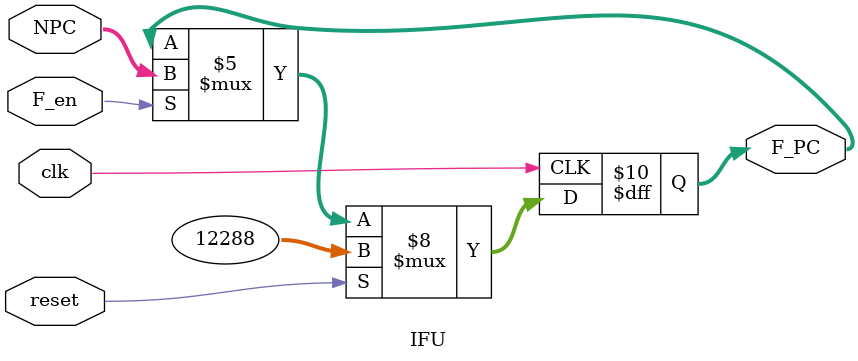
<source format=v>
`timescale 1ns / 1ps
module IFU(
    input clk,
    input F_en,
	 input reset,
    input [31:0] NPC,
    output reg[31:0] F_PC
    );
	 wire [31:0]pc;
	 assign pc = F_PC - 32'h0000_3000;
	 integer i;
    
	 always@(posedge clk)begin
	     if(reset == 1)begin
		      F_PC <= 32'h0000_3000;
		  end
		  else if(F_en == 1)begin
		      F_PC <= NPC;
		  end
	 end
endmodule

</source>
